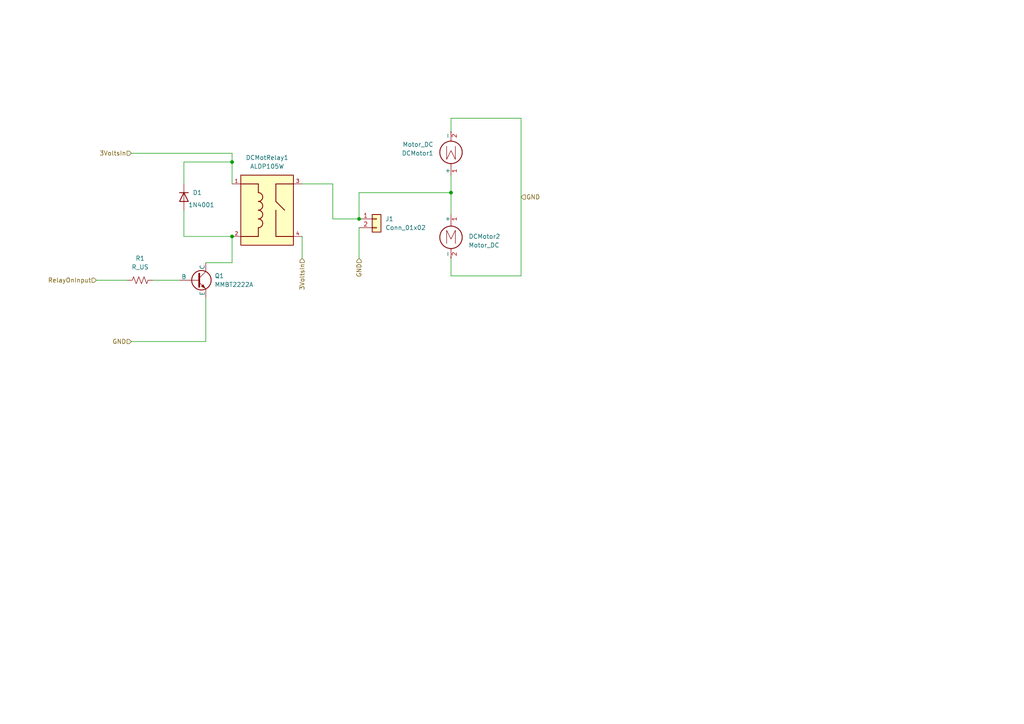
<source format=kicad_sch>
(kicad_sch (version 20231120) (generator "eeschema") (generator_version "8.0")
  (paper "A4")
  (lib_symbols
    (symbol "ALDP105W:ALDP105W" (pin_names (offset 1.016))
      (property "Reference" "K" (at -7.6253 10.6755 0))
      (property "Value" "ALDP105W" (at -7.6273 -12.7121 0))
      (symbol "ALDP105W_0_0"
        (rectangle (start -7.62 -10.16) (end 7.62 10.16) (stroke (width 0.254)) (fill (type background)))
        (arc (start -2.54 -5.08) (mid -1.2755 -3.81) (end -2.54 -2.54) (stroke (width 0.254)))
        (arc (start -2.54 -2.54) (mid -1.2755 -1.27) (end -2.54 0) (stroke (width 0.254)))
        (arc (start -2.54 0) (mid -1.2755 1.27) (end -2.54 2.54) (stroke (width 0.254)))
        (arc (start -2.54 2.54) (mid -1.2755 3.81) (end -2.54 5.08) (stroke (width 0.254)))
        (polyline (pts (xy -2.54 -7.62) (xy -7.62 -7.62)) (stroke (width 0.254)))
        (polyline (pts (xy -2.54 -5.08) (xy -2.54 -7.62)) (stroke (width 0.254)))
        (polyline (pts (xy -2.54 5.08) (xy -2.54 7.62)) (stroke (width 0.254)))
        (polyline (pts (xy -2.54 7.62) (xy -7.62 7.62)) (stroke (width 0.254)))
        (polyline (pts (xy 2.54 -7.62) (xy 7.62 -7.62)) (stroke (width 0.254)))
        (polyline (pts (xy 2.54 0) (xy 2.54 -7.62)) (stroke (width 0.254)))
        (polyline (pts (xy 2.54 2.54) (xy 5.08 0)) (stroke (width 0.254)))
        (polyline (pts (xy 2.54 7.62) (xy 2.54 2.54)) (stroke (width 0.254)))
        (polyline (pts (xy 7.62 7.62) (xy 2.54 7.62)) (stroke (width 0.254)))
        (pin passive line (at -10.16 7.62 0) (length 2.54) (name "~") (number "1"))
        (pin passive line (at -10.16 -7.62 0) (length 2.54) (name "~") (number "2"))
        (pin passive line (at 10.16 7.62 180) (length 2.54) (name "~") (number "3"))
        (pin passive line (at 10.16 -7.62 180) (length 2.54) (name "~") (number "4"))
      )
    )
    (symbol "Connector_Generic:Conn_01x02" (pin_names (offset 1.016) hide)
      (property "Reference" "J" (at 0 2.54 0))
      (property "Value" "Conn_01x02" (at 0 -5.08 0))
      (symbol "Conn_01x02_1_1"
        (rectangle (start -1.27 -2.413) (end 0 -2.667) (stroke (width 0.1524)))
        (rectangle (start -1.27 0.127) (end 0 -0.127) (stroke (width 0.1524)))
        (rectangle (start -1.27 1.27) (end 1.27 -3.81) (stroke (width 0.254)) (fill (type background)))
        (pin passive line (at -5.08 0 0) (length 3.81) (name "Pin_1") (number "1"))
        (pin passive line (at -5.08 -2.54 0) (length 3.81) (name "Pin_2") (number "2"))
      )
    )
    (symbol "Device:D" (pin_numbers hide) (pin_names (offset 1.016) hide)
      (property "Reference" "D" (at 0 2.54 0))
      (property "Value" "D" (at 0 -2.54 0))
      (symbol "D_0_1"
        (polyline (pts (xy -1.27 1.27) (xy -1.27 -1.27)) (stroke (width 0.254)))
        (polyline (pts (xy 1.27 0) (xy -1.27 0)))
        (polyline (pts (xy 1.27 1.27) (xy 1.27 -1.27) (xy -1.27 0) (xy 1.27 1.27)) (stroke (width 0.254)))
      )
      (symbol "D_1_1"
        (pin passive line (at -3.81 0 0) (length 2.54) (name "K") (number "1"))
        (pin passive line (at 3.81 0 180) (length 2.54) (name "A") (number "2"))
      )
    )
    (symbol "Device:R_US" (pin_numbers hide) (pin_names (offset 0))
      (property "Reference" "R" (at 2.54 0 90))
      (property "Value" "R_US" (at -2.54 0 90))
      (symbol "R_US_0_1"
        (polyline (pts (xy 0 -2.286) (xy 0 -2.54)))
        (polyline (pts (xy 0 2.286) (xy 0 2.54)))
        (polyline (pts (xy 0 -0.762) (xy 1.016 -1.143) (xy 0 -1.524) (xy -1.016 -1.905) (xy 0 -2.286)))
        (polyline (pts (xy 0 0.762) (xy 1.016 0.381) (xy 0 0) (xy -1.016 -0.381) (xy 0 -0.762)))
        (polyline (pts (xy 0 2.286) (xy 1.016 1.905) (xy 0 1.524) (xy -1.016 1.143) (xy 0 0.762)))
      )
      (symbol "R_US_1_1"
        (pin passive line (at 0 3.81 270) (length 1.27) (name "~") (number "1"))
        (pin passive line (at 0 -3.81 90) (length 1.27) (name "~") (number "2"))
      )
    )
    (symbol "Motor:Motor_DC" (pin_names (offset 0))
      (property "Reference" "M" (at 2.54 2.54 0))
      (property "Value" "Motor_DC" (at 2.54 -5.08 0))
      (symbol "Motor_DC_0_0"
        (polyline (pts (xy -1.27 -3.302) (xy -1.27 0.508) (xy 0 -2.032) (xy 1.27 0.508) (xy 1.27 -3.302)))
      )
      (symbol "Motor_DC_0_1"
        (circle (center 0 -1.524) (radius 3.2512) (stroke (width 0.254)))
        (polyline (pts (xy 0 -7.62) (xy 0 -7.112)))
        (polyline (pts (xy 0 -4.7752) (xy 0 -5.1816)))
        (polyline (pts (xy 0 1.7272) (xy 0 2.0828)))
        (polyline (pts (xy 0 2.032) (xy 0 2.54)))
      )
      (symbol "Motor_DC_1_1"
        (pin passive line (at 0 5.08 270) (length 2.54) (name "+") (number "1"))
        (pin passive line (at 0 -7.62 90) (length 2.54) (name "-") (number "2"))
      )
    )
    (symbol "Simulation_SPICE:NPN" (pin_numbers hide) (pin_names (offset 0))
      (property "Reference" "Q" (at -2.54 7.62 0))
      (property "Value" "NPN" (at -2.54 5.08 0))
      (symbol "NPN_0_1"
        (polyline (pts (xy -2.54 0) (xy 0.635 0)) (stroke (width 0.1524)))
        (polyline (pts (xy 0.635 0.635) (xy 2.54 2.54)))
        (polyline (pts (xy 2.794 -1.27) (xy 2.794 -1.27)) (stroke (width 0.1524)))
        (polyline (pts (xy 2.794 -1.27) (xy 2.794 -1.27)) (stroke (width 0.1524)))
        (polyline (pts (xy 0.635 -0.635) (xy 2.54 -2.54) (xy 2.54 -2.54)))
        (polyline (pts (xy 0.635 1.905) (xy 0.635 -1.905) (xy 0.635 -1.905)) (stroke (width 0.508)))
        (polyline (pts (xy 1.27 -1.778) (xy 1.778 -1.27) (xy 2.286 -2.286) (xy 1.27 -1.778) (xy 1.27 -1.778)) (fill (type outline)))
        (circle (center 1.27 0) (radius 2.8194) (stroke (width 0.254)))
      )
      (symbol "NPN_1_1"
        (pin open_collector line (at 2.54 5.08 270) (length 2.54) (name "C") (number "1"))
        (pin input line (at -5.08 0 0) (length 2.54) (name "B") (number "2"))
        (pin open_emitter line (at 2.54 -5.08 90) (length 2.54) (name "E") (number "3"))
      )
    )
  )
  (junction (at 67.31 68.58))
  (junction (at 104.14 63.5))
  (junction (at 130.81 55.88))
  (junction (at 67.31 46.99))
  (wire (pts (xy 104.14 63.5) (xy 96.52 63.5)))
  (wire (pts (xy 53.34 53.34) (xy 53.34 46.99)))
  (wire (pts (xy 67.31 46.99) (xy 67.31 44.45)))
  (wire (pts (xy 38.1 99.06) (xy 59.69 99.06)))
  (wire (pts (xy 130.81 80.01) (xy 130.81 74.93)))
  (wire (pts (xy 104.14 74.93) (xy 104.14 66.04)))
  (wire (pts (xy 130.81 50.8) (xy 130.81 55.88)))
  (wire (pts (xy 67.31 76.2) (xy 67.31 68.58)))
  (wire (pts (xy 130.81 38.1) (xy 130.81 34.29)))
  (wire (pts (xy 67.31 44.45) (xy 38.1 44.45)))
  (wire (pts (xy 104.14 55.88) (xy 130.81 55.88)))
  (wire (pts (xy 67.31 76.2) (xy 59.69 76.2)))
  (wire (pts (xy 59.69 99.06) (xy 59.69 86.36)))
  (wire (pts (xy 53.34 46.99) (xy 67.31 46.99)))
  (wire (pts (xy 104.14 63.5) (xy 104.14 55.88)))
  (wire (pts (xy 96.52 63.5) (xy 96.52 53.34)))
  (wire (pts (xy 44.45 81.28) (xy 52.07 81.28)))
  (wire (pts (xy 130.81 55.88) (xy 130.81 62.23)))
  (wire (pts (xy 130.81 34.29) (xy 151.13 34.29)))
  (wire (pts (xy 151.13 34.29) (xy 151.13 80.01)))
  (wire (pts (xy 53.34 68.58) (xy 67.31 68.58)))
  (wire (pts (xy 87.63 53.34) (xy 96.52 53.34)))
  (wire (pts (xy 27.94 81.28) (xy 36.83 81.28)))
  (wire (pts (xy 67.31 46.99) (xy 67.31 53.34)))
  (wire (pts (xy 53.34 68.58) (xy 53.34 60.96)))
  (wire (pts (xy 87.63 68.58) (xy 87.63 74.93)))
  (wire (pts (xy 151.13 80.01) (xy 130.81 80.01)))
  (hierarchical_label "GND" (shape input) (at 38.1 99.06 180))
  (hierarchical_label "3VoltsIn" (shape input) (at 38.1 44.45 180))
  (hierarchical_label "RelayOnInput" (shape input) (at 27.94 81.28 180))
  (hierarchical_label "GND" (shape input) (at 104.14 74.93 270))
  (hierarchical_label "GND" (shape input) (at 151.13 57.15 0))
  (hierarchical_label "3VoltsIn" (shape input) (at 87.63 74.93 270))
  (symbol (lib_id "Connector_Generic:Conn_01x02") (at 109.22 63.5 0) (unit 1)
    (property "Reference" "J1" (at 111.76 63.4999 0) (effects (justify left)))
    (property "Value" "Conn_01x02" (at 111.76 66.0399 0) (effects (justify left)))
    (property "Footprint" "Connector_PinHeader_2.54mm:PinHeader_1x04_P2.54mm_Vertical" (effects (hide yes)))
    (property "Description" "Generic connector, single row, 01x02, script generated (kicad-library-utils/schlib/autogen/connector/)" (effects (hide yes)))
  )
  (symbol (lib_id "Simulation_SPICE:NPN") (at 57.15 81.28 0) (unit 1)
    (property "Reference" "Q1" (at 62.23 80.0099 0) (effects (justify left)))
    (property "Value" "MMBT2222A" (at 62.23 82.5499 0) (effects (justify left)))
    (property "Footprint" "Package_TO_SOT_SMD:SOT-23" (effects (hide yes)))
    (property "Datasheet" "https://ngspice.sourceforge.io/docs/ngspice-html-manual/manual.xhtml#cha_BJTs" (effects (hide yes)))
    (property "Description" "Bipolar transistor symbol for simulation only, substrate tied to the emitter" (effects (hide yes)))
    (property "Sim.Device" "NPN" (effects (hide yes)))
    (property "Sim.Type" "GUMMELPOON" (effects (hide yes)))
    (property "Sim.Pins" "1=C 2=B 3=E" (effects (hide yes)))
  )
  (symbol (lib_id "Motor:Motor_DC") (at 130.81 45.72 180) (unit 1)
    (property "Reference" "DCMotor1" (at 125.73 44.4501 0) (effects (justify left)))
    (property "Value" "Motor_DC" (at 125.73 41.9101 0) (effects (justify left)))
    (property "Description" "DC Motor" (effects (hide yes)))
  )
  (symbol (lib_id "Device:R_US") (at 40.64 81.28 90) (unit 1)
    (property "Reference" "R1" (at 40.64 74.93 90))
    (property "Value" "R_US" (at 40.64 77.47 90))
    (property "Footprint" "Resistor_SMD:R_0805_2012Metric_Pad1.20x1.40mm_HandSolder" (effects (hide yes)))
    (property "Description" "Resistor, US symbol" (effects (hide yes)))
  )
  (symbol (lib_id "Device:D") (at 53.34 57.15 270) (unit 1)
    (property "Reference" "D1" (at 55.88 55.8799 90) (effects (justify left)))
    (property "Value" "1N4001" (at 54.61 59.436 90) (effects (justify left)))
    (property "Footprint" "Diode_SMD:D_0805_2012Metric_Pad1.15x1.40mm_HandSolder" (effects (hide yes)))
    (property "Description" "Diode" (effects (hide yes)))
    (property "Sim.Device" "D" (effects (hide yes)))
    (property "Sim.Pins" "1=K 2=A" (effects (hide yes)))
  )
  (symbol (lib_id "Motor:Motor_DC") (at 130.81 67.31 0) (unit 1)
    (property "Reference" "DCMotor2" (at 135.89 68.5799 0) (effects (justify left)))
    (property "Value" "Motor_DC" (at 135.89 71.1199 0) (effects (justify left)))
    (property "Description" "DC Motor" (effects (hide yes)))
  )
  (symbol (lib_id "ALDP105W:ALDP105W") (at 77.47 60.96 0) (unit 1)
    (property "Reference" "DCMotRelay1" (at 77.47 45.72 0))
    (property "Value" "ALDP105W" (at 77.47 48.26 0))
    (property "Footprint" "ALDP105W:RELAY_ALDP105W" (effects (hide yes)))
    (property "MF" "Panasonic Electric" (effects (hide yes)))
    (property "Description_1" "\n                        \n                            General Purpose Relay SPST-NO (1 Form A) 5VDC Coil Through Hole\n                        \n" (effects (hide yes)))
    (property "Package" "None" (effects (hide yes)))
    (property "Price" "None" (effects (hide yes)))
    (property "Check_prices" "https://www.snapeda.com/parts/ALDP105W/Panasonic/view-part/?ref=eda" (effects (hide yes)))
    (property "PARTREV" "N/A" (effects (hide yes)))
    (property "SnapEDA_Link" "https://www.snapeda.com/parts/ALDP105W/Panasonic/view-part/?ref=snap" (effects (hide yes)))
    (property "MP" "ALDP105W" (effects (hide yes)))
    (property "Availability" "In Stock" (effects (hide yes)))
    (property "STANDART" "Manufacturer Recommendations" (effects (hide yes)))
  )
)
</source>
